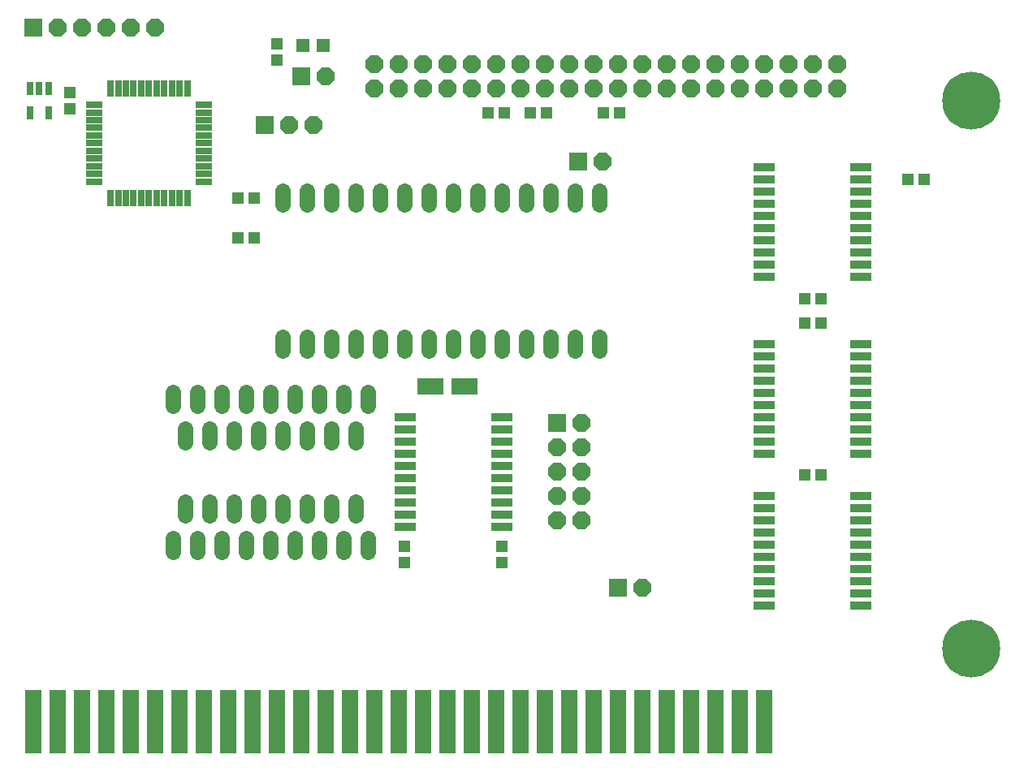
<source format=gts>
G75*
G70*
%OFA0B0*%
%FSLAX24Y24*%
%IPPOS*%
%LPD*%
%AMOC8*
5,1,8,0,0,1.08239X$1,22.5*
%
%ADD10R,0.0680X0.2630*%
%ADD11C,0.0640*%
%ADD12OC8,0.0720*%
%ADD13R,0.0880X0.0340*%
%ADD14R,0.0513X0.0474*%
%ADD15R,0.1104X0.0710*%
%ADD16R,0.0552X0.0552*%
%ADD17R,0.0720X0.0720*%
%ADD18R,0.0474X0.0513*%
%ADD19C,0.2380*%
%ADD20R,0.0277X0.0671*%
%ADD21R,0.0671X0.0277*%
%ADD22R,0.0297X0.0552*%
D10*
X008811Y009771D03*
X009811Y009771D03*
X010811Y009771D03*
X011811Y009771D03*
X012811Y009771D03*
X013811Y009771D03*
X014811Y009771D03*
X015811Y009771D03*
X016811Y009771D03*
X017811Y009771D03*
X018811Y009771D03*
X019811Y009771D03*
X020811Y009771D03*
X021811Y009771D03*
X022811Y009771D03*
X023811Y009771D03*
X024811Y009771D03*
X025811Y009771D03*
X026811Y009771D03*
X027811Y009771D03*
X028811Y009771D03*
X029811Y009771D03*
X030811Y009771D03*
X031811Y009771D03*
X032811Y009771D03*
X033811Y009771D03*
X034811Y009771D03*
X035811Y009771D03*
X036811Y009771D03*
X037811Y009771D03*
X038811Y009771D03*
D11*
X022561Y016741D02*
X022561Y017301D01*
X021561Y017301D02*
X021561Y016741D01*
X020561Y016741D02*
X020561Y017301D01*
X019561Y017301D02*
X019561Y016741D01*
X018561Y016741D02*
X018561Y017301D01*
X017561Y017301D02*
X017561Y016741D01*
X016561Y016741D02*
X016561Y017301D01*
X015561Y017301D02*
X015561Y016741D01*
X014561Y016741D02*
X014561Y017301D01*
X015061Y018241D02*
X015061Y018801D01*
X016061Y018801D02*
X016061Y018241D01*
X017061Y018241D02*
X017061Y018801D01*
X018061Y018801D02*
X018061Y018241D01*
X019061Y018241D02*
X019061Y018801D01*
X020061Y018801D02*
X020061Y018241D01*
X021061Y018241D02*
X021061Y018801D01*
X022061Y018801D02*
X022061Y018241D01*
X022061Y021241D02*
X022061Y021801D01*
X021061Y021801D02*
X021061Y021241D01*
X020061Y021241D02*
X020061Y021801D01*
X019061Y021801D02*
X019061Y021241D01*
X018061Y021241D02*
X018061Y021801D01*
X017061Y021801D02*
X017061Y021241D01*
X016061Y021241D02*
X016061Y021801D01*
X015061Y021801D02*
X015061Y021241D01*
X014561Y022741D02*
X014561Y023301D01*
X015561Y023301D02*
X015561Y022741D01*
X016561Y022741D02*
X016561Y023301D01*
X017561Y023301D02*
X017561Y022741D01*
X018561Y022741D02*
X018561Y023301D01*
X019561Y023301D02*
X019561Y022741D01*
X020561Y022741D02*
X020561Y023301D01*
X021561Y023301D02*
X021561Y022741D01*
X022561Y022741D02*
X022561Y023301D01*
X022061Y024991D02*
X022061Y025551D01*
X021061Y025551D02*
X021061Y024991D01*
X020061Y024991D02*
X020061Y025551D01*
X019061Y025551D02*
X019061Y024991D01*
X023061Y024991D02*
X023061Y025551D01*
X024061Y025551D02*
X024061Y024991D01*
X025061Y024991D02*
X025061Y025551D01*
X026061Y025551D02*
X026061Y024991D01*
X027061Y024991D02*
X027061Y025551D01*
X028061Y025551D02*
X028061Y024991D01*
X029061Y024991D02*
X029061Y025551D01*
X030061Y025551D02*
X030061Y024991D01*
X031061Y024991D02*
X031061Y025551D01*
X032061Y025551D02*
X032061Y024991D01*
X032061Y030991D02*
X032061Y031551D01*
X031061Y031551D02*
X031061Y030991D01*
X030061Y030991D02*
X030061Y031551D01*
X029061Y031551D02*
X029061Y030991D01*
X028061Y030991D02*
X028061Y031551D01*
X027061Y031551D02*
X027061Y030991D01*
X026061Y030991D02*
X026061Y031551D01*
X025061Y031551D02*
X025061Y030991D01*
X024061Y030991D02*
X024061Y031551D01*
X023061Y031551D02*
X023061Y030991D01*
X022061Y030991D02*
X022061Y031551D01*
X021061Y031551D02*
X021061Y030991D01*
X020061Y030991D02*
X020061Y031551D01*
X019061Y031551D02*
X019061Y030991D01*
D12*
X019311Y034271D03*
X020311Y034271D03*
X020811Y036271D03*
X022811Y036771D03*
X023811Y036771D03*
X024811Y036771D03*
X025811Y036771D03*
X026811Y036771D03*
X027811Y036771D03*
X028811Y036771D03*
X029811Y036771D03*
X030811Y036771D03*
X031811Y036771D03*
X032811Y036771D03*
X033811Y036771D03*
X034811Y036771D03*
X035811Y036771D03*
X036811Y036771D03*
X037811Y036771D03*
X038811Y036771D03*
X039811Y036771D03*
X040811Y036771D03*
X041811Y036771D03*
X041811Y035771D03*
X040811Y035771D03*
X039811Y035771D03*
X038811Y035771D03*
X037811Y035771D03*
X036811Y035771D03*
X035811Y035771D03*
X034811Y035771D03*
X033811Y035771D03*
X032811Y035771D03*
X031811Y035771D03*
X030811Y035771D03*
X029811Y035771D03*
X028811Y035771D03*
X027811Y035771D03*
X026811Y035771D03*
X025811Y035771D03*
X024811Y035771D03*
X023811Y035771D03*
X022811Y035771D03*
X013811Y038271D03*
X012811Y038271D03*
X011811Y038271D03*
X010811Y038271D03*
X009811Y038271D03*
X032186Y032771D03*
X031311Y022021D03*
X031311Y021021D03*
X030311Y021021D03*
X030311Y020021D03*
X031311Y020021D03*
X031311Y019021D03*
X030311Y019021D03*
X030311Y018021D03*
X031311Y018021D03*
X033811Y015271D03*
D13*
X038831Y015521D03*
X038831Y016021D03*
X038831Y016521D03*
X038831Y017021D03*
X038831Y017521D03*
X038831Y018021D03*
X038831Y018521D03*
X038831Y019021D03*
X038831Y020771D03*
X038831Y021271D03*
X038831Y021771D03*
X038831Y022271D03*
X038831Y022771D03*
X038831Y023271D03*
X038831Y023771D03*
X038831Y024271D03*
X038831Y024771D03*
X038831Y025271D03*
X038831Y028021D03*
X038831Y028521D03*
X038831Y029021D03*
X038831Y029521D03*
X038831Y030021D03*
X038831Y030521D03*
X038831Y031021D03*
X038831Y031521D03*
X038831Y032021D03*
X038831Y032521D03*
X042791Y032521D03*
X042791Y032021D03*
X042791Y031521D03*
X042791Y031021D03*
X042791Y030521D03*
X042791Y030021D03*
X042791Y029521D03*
X042791Y029021D03*
X042791Y028521D03*
X042791Y028021D03*
X042791Y025271D03*
X042791Y024771D03*
X042791Y024271D03*
X042791Y023771D03*
X042791Y023271D03*
X042791Y022771D03*
X042791Y022271D03*
X042791Y021771D03*
X042791Y021271D03*
X042791Y020771D03*
X042791Y019021D03*
X042791Y018521D03*
X042791Y018021D03*
X042791Y017521D03*
X042791Y017021D03*
X042791Y016521D03*
X042791Y016021D03*
X042791Y015521D03*
X042791Y015021D03*
X042791Y014521D03*
X038831Y014521D03*
X038831Y015021D03*
X028041Y017771D03*
X028041Y018271D03*
X028041Y018771D03*
X028041Y019271D03*
X028041Y019771D03*
X028041Y020271D03*
X028041Y020771D03*
X028041Y021271D03*
X028041Y021771D03*
X028041Y022271D03*
X024081Y022271D03*
X024081Y021771D03*
X024081Y021271D03*
X024081Y020771D03*
X024081Y020271D03*
X024081Y019771D03*
X024081Y019271D03*
X024081Y018771D03*
X024081Y018271D03*
X024081Y017771D03*
D14*
X028061Y016980D03*
X028061Y016311D03*
X040476Y019896D03*
X041146Y019896D03*
X041146Y026146D03*
X040476Y026146D03*
X040476Y027146D03*
X041146Y027146D03*
X018811Y036936D03*
X018811Y037605D03*
X017896Y031271D03*
X017226Y031271D03*
D15*
X025102Y023521D03*
X026520Y023521D03*
D16*
X020724Y037521D03*
X019898Y037521D03*
D17*
X019811Y036271D03*
X018311Y034271D03*
X008811Y038271D03*
X030311Y022021D03*
X032811Y015271D03*
X031186Y032771D03*
D18*
X032226Y034771D03*
X032896Y034771D03*
X029896Y034771D03*
X029226Y034771D03*
X028146Y034771D03*
X027476Y034771D03*
X017896Y029646D03*
X017226Y029646D03*
X010311Y034936D03*
X010311Y035605D03*
X024061Y016980D03*
X024061Y016311D03*
X044726Y032021D03*
X045396Y032021D03*
D19*
X047311Y035271D03*
X047311Y012771D03*
D20*
X015136Y031277D03*
X014821Y031277D03*
X014506Y031277D03*
X014191Y031277D03*
X013876Y031277D03*
X013561Y031277D03*
X013246Y031277D03*
X012931Y031277D03*
X012616Y031277D03*
X012301Y031277D03*
X011986Y031277D03*
X011986Y035765D03*
X012301Y035765D03*
X012616Y035765D03*
X012931Y035765D03*
X013246Y035765D03*
X013561Y035765D03*
X013876Y035765D03*
X014191Y035765D03*
X014506Y035765D03*
X014821Y035765D03*
X015136Y035765D03*
D21*
X015805Y035096D03*
X015805Y034781D03*
X015805Y034466D03*
X015805Y034151D03*
X015805Y033836D03*
X015805Y033521D03*
X015805Y033206D03*
X015805Y032891D03*
X015805Y032576D03*
X015805Y032261D03*
X015805Y031946D03*
X011317Y031946D03*
X011317Y032261D03*
X011317Y032576D03*
X011317Y032891D03*
X011317Y033206D03*
X011317Y033521D03*
X011317Y033836D03*
X011317Y034151D03*
X011317Y034466D03*
X011317Y034781D03*
X011317Y035096D03*
D22*
X009435Y034759D03*
X008687Y034759D03*
X008687Y035783D03*
X009061Y035783D03*
X009435Y035783D03*
M02*

</source>
